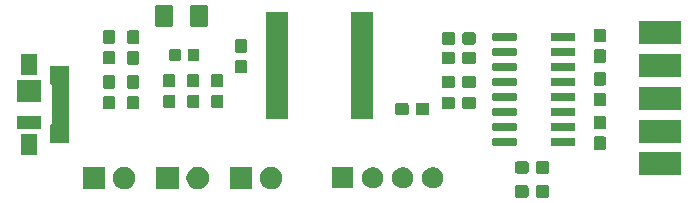
<source format=gbr>
G04 #@! TF.GenerationSoftware,KiCad,Pcbnew,5.1.5+dfsg1-2build2*
G04 #@! TF.CreationDate,2022-03-06T19:54:29+01:00*
G04 #@! TF.ProjectId,yusufitium-USB-RS232,79757375-6669-4746-9975-6d2d5553422d,rev?*
G04 #@! TF.SameCoordinates,Original*
G04 #@! TF.FileFunction,Soldermask,Top*
G04 #@! TF.FilePolarity,Negative*
%FSLAX46Y46*%
G04 Gerber Fmt 4.6, Leading zero omitted, Abs format (unit mm)*
G04 Created by KiCad (PCBNEW 5.1.5+dfsg1-2build2) date 2022-03-06 19:54:29*
%MOMM*%
%LPD*%
G04 APERTURE LIST*
%ADD10C,0.100000*%
G04 APERTURE END LIST*
D10*
G36*
X166962499Y-113048445D02*
G01*
X166999995Y-113059820D01*
X167034554Y-113078292D01*
X167064847Y-113103153D01*
X167089708Y-113133446D01*
X167108180Y-113168005D01*
X167119555Y-113205501D01*
X167124000Y-113250638D01*
X167124000Y-113889362D01*
X167119555Y-113934499D01*
X167108180Y-113971995D01*
X167089708Y-114006554D01*
X167064847Y-114036847D01*
X167034554Y-114061708D01*
X166999995Y-114080180D01*
X166962499Y-114091555D01*
X166917362Y-114096000D01*
X166178638Y-114096000D01*
X166133501Y-114091555D01*
X166096005Y-114080180D01*
X166061446Y-114061708D01*
X166031153Y-114036847D01*
X166006292Y-114006554D01*
X165987820Y-113971995D01*
X165976445Y-113934499D01*
X165972000Y-113889362D01*
X165972000Y-113250638D01*
X165976445Y-113205501D01*
X165987820Y-113168005D01*
X166006292Y-113133446D01*
X166031153Y-113103153D01*
X166061446Y-113078292D01*
X166096005Y-113059820D01*
X166133501Y-113048445D01*
X166178638Y-113044000D01*
X166917362Y-113044000D01*
X166962499Y-113048445D01*
G37*
G36*
X165212499Y-113048445D02*
G01*
X165249995Y-113059820D01*
X165284554Y-113078292D01*
X165314847Y-113103153D01*
X165339708Y-113133446D01*
X165358180Y-113168005D01*
X165369555Y-113205501D01*
X165374000Y-113250638D01*
X165374000Y-113889362D01*
X165369555Y-113934499D01*
X165358180Y-113971995D01*
X165339708Y-114006554D01*
X165314847Y-114036847D01*
X165284554Y-114061708D01*
X165249995Y-114080180D01*
X165212499Y-114091555D01*
X165167362Y-114096000D01*
X164428638Y-114096000D01*
X164383501Y-114091555D01*
X164346005Y-114080180D01*
X164311446Y-114061708D01*
X164281153Y-114036847D01*
X164256292Y-114006554D01*
X164237820Y-113971995D01*
X164226445Y-113934499D01*
X164222000Y-113889362D01*
X164222000Y-113250638D01*
X164226445Y-113205501D01*
X164237820Y-113168005D01*
X164256292Y-113133446D01*
X164281153Y-113103153D01*
X164311446Y-113078292D01*
X164346005Y-113059820D01*
X164383501Y-113048445D01*
X164428638Y-113044000D01*
X165167362Y-113044000D01*
X165212499Y-113048445D01*
G37*
G36*
X135777000Y-113378000D02*
G01*
X133875000Y-113378000D01*
X133875000Y-111476000D01*
X135777000Y-111476000D01*
X135777000Y-113378000D01*
G37*
G36*
X142000000Y-113378000D02*
G01*
X140098000Y-113378000D01*
X140098000Y-111476000D01*
X142000000Y-111476000D01*
X142000000Y-113378000D01*
G37*
G36*
X131420395Y-111512546D02*
G01*
X131593466Y-111584234D01*
X131593467Y-111584235D01*
X131749227Y-111688310D01*
X131881690Y-111820773D01*
X131902987Y-111852646D01*
X131985766Y-111976534D01*
X132057454Y-112149605D01*
X132094000Y-112333333D01*
X132094000Y-112520667D01*
X132057454Y-112704395D01*
X131985766Y-112877466D01*
X131985765Y-112877467D01*
X131881690Y-113033227D01*
X131749227Y-113165690D01*
X131745762Y-113168005D01*
X131593466Y-113269766D01*
X131420395Y-113341454D01*
X131236667Y-113378000D01*
X131049333Y-113378000D01*
X130865605Y-113341454D01*
X130692534Y-113269766D01*
X130540238Y-113168005D01*
X130536773Y-113165690D01*
X130404310Y-113033227D01*
X130300235Y-112877467D01*
X130300234Y-112877466D01*
X130228546Y-112704395D01*
X130192000Y-112520667D01*
X130192000Y-112333333D01*
X130228546Y-112149605D01*
X130300234Y-111976534D01*
X130383013Y-111852646D01*
X130404310Y-111820773D01*
X130536773Y-111688310D01*
X130692533Y-111584235D01*
X130692534Y-111584234D01*
X130865605Y-111512546D01*
X131049333Y-111476000D01*
X131236667Y-111476000D01*
X131420395Y-111512546D01*
G37*
G36*
X129554000Y-113378000D02*
G01*
X127652000Y-113378000D01*
X127652000Y-111476000D01*
X129554000Y-111476000D01*
X129554000Y-113378000D01*
G37*
G36*
X143866395Y-111512546D02*
G01*
X144039466Y-111584234D01*
X144039467Y-111584235D01*
X144195227Y-111688310D01*
X144327690Y-111820773D01*
X144348987Y-111852646D01*
X144431766Y-111976534D01*
X144503454Y-112149605D01*
X144540000Y-112333333D01*
X144540000Y-112520667D01*
X144503454Y-112704395D01*
X144431766Y-112877466D01*
X144431765Y-112877467D01*
X144327690Y-113033227D01*
X144195227Y-113165690D01*
X144191762Y-113168005D01*
X144039466Y-113269766D01*
X143866395Y-113341454D01*
X143682667Y-113378000D01*
X143495333Y-113378000D01*
X143311605Y-113341454D01*
X143138534Y-113269766D01*
X142986238Y-113168005D01*
X142982773Y-113165690D01*
X142850310Y-113033227D01*
X142746235Y-112877467D01*
X142746234Y-112877466D01*
X142674546Y-112704395D01*
X142638000Y-112520667D01*
X142638000Y-112333333D01*
X142674546Y-112149605D01*
X142746234Y-111976534D01*
X142829013Y-111852646D01*
X142850310Y-111820773D01*
X142982773Y-111688310D01*
X143138533Y-111584235D01*
X143138534Y-111584234D01*
X143311605Y-111512546D01*
X143495333Y-111476000D01*
X143682667Y-111476000D01*
X143866395Y-111512546D01*
G37*
G36*
X137643395Y-111512546D02*
G01*
X137816466Y-111584234D01*
X137816467Y-111584235D01*
X137972227Y-111688310D01*
X138104690Y-111820773D01*
X138125987Y-111852646D01*
X138208766Y-111976534D01*
X138280454Y-112149605D01*
X138317000Y-112333333D01*
X138317000Y-112520667D01*
X138280454Y-112704395D01*
X138208766Y-112877466D01*
X138208765Y-112877467D01*
X138104690Y-113033227D01*
X137972227Y-113165690D01*
X137968762Y-113168005D01*
X137816466Y-113269766D01*
X137643395Y-113341454D01*
X137459667Y-113378000D01*
X137272333Y-113378000D01*
X137088605Y-113341454D01*
X136915534Y-113269766D01*
X136763238Y-113168005D01*
X136759773Y-113165690D01*
X136627310Y-113033227D01*
X136523235Y-112877467D01*
X136523234Y-112877466D01*
X136451546Y-112704395D01*
X136415000Y-112520667D01*
X136415000Y-112333333D01*
X136451546Y-112149605D01*
X136523234Y-111976534D01*
X136606013Y-111852646D01*
X136627310Y-111820773D01*
X136759773Y-111688310D01*
X136915533Y-111584235D01*
X136915534Y-111584234D01*
X137088605Y-111512546D01*
X137272333Y-111476000D01*
X137459667Y-111476000D01*
X137643395Y-111512546D01*
G37*
G36*
X157376512Y-111530927D02*
G01*
X157525812Y-111560624D01*
X157689784Y-111628544D01*
X157837354Y-111727147D01*
X157962853Y-111852646D01*
X158061456Y-112000216D01*
X158129376Y-112164188D01*
X158164000Y-112338259D01*
X158164000Y-112515741D01*
X158129376Y-112689812D01*
X158061456Y-112853784D01*
X157962853Y-113001354D01*
X157837354Y-113126853D01*
X157689784Y-113225456D01*
X157525812Y-113293376D01*
X157376512Y-113323073D01*
X157351742Y-113328000D01*
X157174258Y-113328000D01*
X157149488Y-113323073D01*
X157000188Y-113293376D01*
X156836216Y-113225456D01*
X156688646Y-113126853D01*
X156563147Y-113001354D01*
X156464544Y-112853784D01*
X156396624Y-112689812D01*
X156362000Y-112515741D01*
X156362000Y-112338259D01*
X156396624Y-112164188D01*
X156464544Y-112000216D01*
X156563147Y-111852646D01*
X156688646Y-111727147D01*
X156836216Y-111628544D01*
X157000188Y-111560624D01*
X157149488Y-111530927D01*
X157174258Y-111526000D01*
X157351742Y-111526000D01*
X157376512Y-111530927D01*
G37*
G36*
X154836512Y-111530927D02*
G01*
X154985812Y-111560624D01*
X155149784Y-111628544D01*
X155297354Y-111727147D01*
X155422853Y-111852646D01*
X155521456Y-112000216D01*
X155589376Y-112164188D01*
X155624000Y-112338259D01*
X155624000Y-112515741D01*
X155589376Y-112689812D01*
X155521456Y-112853784D01*
X155422853Y-113001354D01*
X155297354Y-113126853D01*
X155149784Y-113225456D01*
X154985812Y-113293376D01*
X154836512Y-113323073D01*
X154811742Y-113328000D01*
X154634258Y-113328000D01*
X154609488Y-113323073D01*
X154460188Y-113293376D01*
X154296216Y-113225456D01*
X154148646Y-113126853D01*
X154023147Y-113001354D01*
X153924544Y-112853784D01*
X153856624Y-112689812D01*
X153822000Y-112515741D01*
X153822000Y-112338259D01*
X153856624Y-112164188D01*
X153924544Y-112000216D01*
X154023147Y-111852646D01*
X154148646Y-111727147D01*
X154296216Y-111628544D01*
X154460188Y-111560624D01*
X154609488Y-111530927D01*
X154634258Y-111526000D01*
X154811742Y-111526000D01*
X154836512Y-111530927D01*
G37*
G36*
X150544000Y-113328000D02*
G01*
X148742000Y-113328000D01*
X148742000Y-111526000D01*
X150544000Y-111526000D01*
X150544000Y-113328000D01*
G37*
G36*
X152296512Y-111530927D02*
G01*
X152445812Y-111560624D01*
X152609784Y-111628544D01*
X152757354Y-111727147D01*
X152882853Y-111852646D01*
X152981456Y-112000216D01*
X153049376Y-112164188D01*
X153084000Y-112338259D01*
X153084000Y-112515741D01*
X153049376Y-112689812D01*
X152981456Y-112853784D01*
X152882853Y-113001354D01*
X152757354Y-113126853D01*
X152609784Y-113225456D01*
X152445812Y-113293376D01*
X152296512Y-113323073D01*
X152271742Y-113328000D01*
X152094258Y-113328000D01*
X152069488Y-113323073D01*
X151920188Y-113293376D01*
X151756216Y-113225456D01*
X151608646Y-113126853D01*
X151483147Y-113001354D01*
X151384544Y-112853784D01*
X151316624Y-112689812D01*
X151282000Y-112515741D01*
X151282000Y-112338259D01*
X151316624Y-112164188D01*
X151384544Y-112000216D01*
X151483147Y-111852646D01*
X151608646Y-111727147D01*
X151756216Y-111628544D01*
X151920188Y-111560624D01*
X152069488Y-111530927D01*
X152094258Y-111526000D01*
X152271742Y-111526000D01*
X152296512Y-111530927D01*
G37*
G36*
X178275000Y-112210333D02*
G01*
X174693000Y-112210333D01*
X174693000Y-110261667D01*
X178275000Y-110261667D01*
X178275000Y-112210333D01*
G37*
G36*
X165226499Y-111016445D02*
G01*
X165263995Y-111027820D01*
X165298554Y-111046292D01*
X165328847Y-111071153D01*
X165353708Y-111101446D01*
X165372180Y-111136005D01*
X165383555Y-111173501D01*
X165388000Y-111218638D01*
X165388000Y-111857362D01*
X165383555Y-111902499D01*
X165372180Y-111939995D01*
X165353708Y-111974554D01*
X165328847Y-112004847D01*
X165298554Y-112029708D01*
X165263995Y-112048180D01*
X165226499Y-112059555D01*
X165181362Y-112064000D01*
X164442638Y-112064000D01*
X164397501Y-112059555D01*
X164360005Y-112048180D01*
X164325446Y-112029708D01*
X164295153Y-112004847D01*
X164270292Y-111974554D01*
X164251820Y-111939995D01*
X164240445Y-111902499D01*
X164236000Y-111857362D01*
X164236000Y-111218638D01*
X164240445Y-111173501D01*
X164251820Y-111136005D01*
X164270292Y-111101446D01*
X164295153Y-111071153D01*
X164325446Y-111046292D01*
X164360005Y-111027820D01*
X164397501Y-111016445D01*
X164442638Y-111012000D01*
X165181362Y-111012000D01*
X165226499Y-111016445D01*
G37*
G36*
X166976499Y-111016445D02*
G01*
X167013995Y-111027820D01*
X167048554Y-111046292D01*
X167078847Y-111071153D01*
X167103708Y-111101446D01*
X167122180Y-111136005D01*
X167133555Y-111173501D01*
X167138000Y-111218638D01*
X167138000Y-111857362D01*
X167133555Y-111902499D01*
X167122180Y-111939995D01*
X167103708Y-111974554D01*
X167078847Y-112004847D01*
X167048554Y-112029708D01*
X167013995Y-112048180D01*
X166976499Y-112059555D01*
X166931362Y-112064000D01*
X166192638Y-112064000D01*
X166147501Y-112059555D01*
X166110005Y-112048180D01*
X166075446Y-112029708D01*
X166045153Y-112004847D01*
X166020292Y-111974554D01*
X166001820Y-111939995D01*
X165990445Y-111902499D01*
X165986000Y-111857362D01*
X165986000Y-111218638D01*
X165990445Y-111173501D01*
X166001820Y-111136005D01*
X166020292Y-111101446D01*
X166045153Y-111071153D01*
X166075446Y-111046292D01*
X166110005Y-111027820D01*
X166147501Y-111016445D01*
X166192638Y-111012000D01*
X166931362Y-111012000D01*
X166976499Y-111016445D01*
G37*
G36*
X123786000Y-110455000D02*
G01*
X122384000Y-110455000D01*
X122384000Y-108703000D01*
X123786000Y-108703000D01*
X123786000Y-110455000D01*
G37*
G36*
X171766499Y-108920445D02*
G01*
X171803995Y-108931820D01*
X171838554Y-108950292D01*
X171868847Y-108975153D01*
X171893708Y-109005446D01*
X171912180Y-109040005D01*
X171923555Y-109077501D01*
X171928000Y-109122638D01*
X171928000Y-109861362D01*
X171923555Y-109906499D01*
X171912180Y-109943995D01*
X171893708Y-109978554D01*
X171868847Y-110008847D01*
X171838554Y-110033708D01*
X171803995Y-110052180D01*
X171766499Y-110063555D01*
X171721362Y-110068000D01*
X171082638Y-110068000D01*
X171037501Y-110063555D01*
X171000005Y-110052180D01*
X170965446Y-110033708D01*
X170935153Y-110008847D01*
X170910292Y-109978554D01*
X170891820Y-109943995D01*
X170880445Y-109906499D01*
X170876000Y-109861362D01*
X170876000Y-109122638D01*
X170880445Y-109077501D01*
X170891820Y-109040005D01*
X170910292Y-109005446D01*
X170935153Y-108975153D01*
X170965446Y-108950292D01*
X171000005Y-108931820D01*
X171037501Y-108920445D01*
X171082638Y-108916000D01*
X171721362Y-108916000D01*
X171766499Y-108920445D01*
G37*
G36*
X164273928Y-109030764D02*
G01*
X164295009Y-109037160D01*
X164314445Y-109047548D01*
X164331476Y-109061524D01*
X164345452Y-109078555D01*
X164355840Y-109097991D01*
X164362236Y-109119072D01*
X164365000Y-109147140D01*
X164365000Y-109610860D01*
X164362236Y-109638928D01*
X164355840Y-109660009D01*
X164345452Y-109679445D01*
X164331476Y-109696476D01*
X164314445Y-109710452D01*
X164295009Y-109720840D01*
X164273928Y-109727236D01*
X164245860Y-109730000D01*
X162432140Y-109730000D01*
X162404072Y-109727236D01*
X162382991Y-109720840D01*
X162363555Y-109710452D01*
X162346524Y-109696476D01*
X162332548Y-109679445D01*
X162322160Y-109660009D01*
X162315764Y-109638928D01*
X162313000Y-109610860D01*
X162313000Y-109147140D01*
X162315764Y-109119072D01*
X162322160Y-109097991D01*
X162332548Y-109078555D01*
X162346524Y-109061524D01*
X162363555Y-109047548D01*
X162382991Y-109037160D01*
X162404072Y-109030764D01*
X162432140Y-109028000D01*
X164245860Y-109028000D01*
X164273928Y-109030764D01*
G37*
G36*
X169223928Y-109030764D02*
G01*
X169245009Y-109037160D01*
X169264445Y-109047548D01*
X169281476Y-109061524D01*
X169295452Y-109078555D01*
X169305840Y-109097991D01*
X169312236Y-109119072D01*
X169315000Y-109147140D01*
X169315000Y-109610860D01*
X169312236Y-109638928D01*
X169305840Y-109660009D01*
X169295452Y-109679445D01*
X169281476Y-109696476D01*
X169264445Y-109710452D01*
X169245009Y-109720840D01*
X169223928Y-109727236D01*
X169195860Y-109730000D01*
X167382140Y-109730000D01*
X167354072Y-109727236D01*
X167332991Y-109720840D01*
X167313555Y-109710452D01*
X167296524Y-109696476D01*
X167282548Y-109679445D01*
X167272160Y-109660009D01*
X167265764Y-109638928D01*
X167263000Y-109610860D01*
X167263000Y-109147140D01*
X167265764Y-109119072D01*
X167272160Y-109097991D01*
X167282548Y-109078555D01*
X167296524Y-109061524D01*
X167313555Y-109047548D01*
X167332991Y-109037160D01*
X167354072Y-109030764D01*
X167382140Y-109028000D01*
X169195860Y-109028000D01*
X169223928Y-109030764D01*
G37*
G36*
X126486000Y-109455000D02*
G01*
X124834000Y-109455000D01*
X124834000Y-107928000D01*
X124879001Y-107928000D01*
X124903387Y-107925598D01*
X124926836Y-107918485D01*
X124948447Y-107906934D01*
X124967389Y-107891389D01*
X124982934Y-107872447D01*
X124994485Y-107850836D01*
X125001598Y-107827387D01*
X125004000Y-107803001D01*
X125004000Y-104604999D01*
X125001598Y-104580613D01*
X124994485Y-104557164D01*
X124982934Y-104535553D01*
X124967389Y-104516611D01*
X124948447Y-104501066D01*
X124926836Y-104489515D01*
X124903387Y-104482402D01*
X124879001Y-104480000D01*
X124834000Y-104480000D01*
X124834000Y-102953000D01*
X126486000Y-102953000D01*
X126486000Y-109455000D01*
G37*
G36*
X178275000Y-109440333D02*
G01*
X174693000Y-109440333D01*
X174693000Y-107491667D01*
X178275000Y-107491667D01*
X178275000Y-109440333D01*
G37*
G36*
X164273928Y-107760764D02*
G01*
X164295009Y-107767160D01*
X164314445Y-107777548D01*
X164331476Y-107791524D01*
X164345452Y-107808555D01*
X164355840Y-107827991D01*
X164362236Y-107849072D01*
X164365000Y-107877140D01*
X164365000Y-108340860D01*
X164362236Y-108368928D01*
X164355840Y-108390009D01*
X164345452Y-108409445D01*
X164331476Y-108426476D01*
X164314445Y-108440452D01*
X164295009Y-108450840D01*
X164273928Y-108457236D01*
X164245860Y-108460000D01*
X162432140Y-108460000D01*
X162404072Y-108457236D01*
X162382991Y-108450840D01*
X162363555Y-108440452D01*
X162346524Y-108426476D01*
X162332548Y-108409445D01*
X162322160Y-108390009D01*
X162315764Y-108368928D01*
X162313000Y-108340860D01*
X162313000Y-107877140D01*
X162315764Y-107849072D01*
X162322160Y-107827991D01*
X162332548Y-107808555D01*
X162346524Y-107791524D01*
X162363555Y-107777548D01*
X162382991Y-107767160D01*
X162404072Y-107760764D01*
X162432140Y-107758000D01*
X164245860Y-107758000D01*
X164273928Y-107760764D01*
G37*
G36*
X169223928Y-107760764D02*
G01*
X169245009Y-107767160D01*
X169264445Y-107777548D01*
X169281476Y-107791524D01*
X169295452Y-107808555D01*
X169305840Y-107827991D01*
X169312236Y-107849072D01*
X169315000Y-107877140D01*
X169315000Y-108340860D01*
X169312236Y-108368928D01*
X169305840Y-108390009D01*
X169295452Y-108409445D01*
X169281476Y-108426476D01*
X169264445Y-108440452D01*
X169245009Y-108450840D01*
X169223928Y-108457236D01*
X169195860Y-108460000D01*
X167382140Y-108460000D01*
X167354072Y-108457236D01*
X167332991Y-108450840D01*
X167313555Y-108440452D01*
X167296524Y-108426476D01*
X167282548Y-108409445D01*
X167272160Y-108390009D01*
X167265764Y-108368928D01*
X167263000Y-108340860D01*
X167263000Y-107877140D01*
X167265764Y-107849072D01*
X167272160Y-107827991D01*
X167282548Y-107808555D01*
X167296524Y-107791524D01*
X167313555Y-107777548D01*
X167332991Y-107767160D01*
X167354072Y-107760764D01*
X167382140Y-107758000D01*
X169195860Y-107758000D01*
X169223928Y-107760764D01*
G37*
G36*
X171766499Y-107170445D02*
G01*
X171803995Y-107181820D01*
X171838554Y-107200292D01*
X171868847Y-107225153D01*
X171893708Y-107255446D01*
X171912180Y-107290005D01*
X171923555Y-107327501D01*
X171928000Y-107372638D01*
X171928000Y-108111362D01*
X171923555Y-108156499D01*
X171912180Y-108193995D01*
X171893708Y-108228554D01*
X171868847Y-108258847D01*
X171838554Y-108283708D01*
X171803995Y-108302180D01*
X171766499Y-108313555D01*
X171721362Y-108318000D01*
X171082638Y-108318000D01*
X171037501Y-108313555D01*
X171000005Y-108302180D01*
X170965446Y-108283708D01*
X170935153Y-108258847D01*
X170910292Y-108228554D01*
X170891820Y-108193995D01*
X170880445Y-108156499D01*
X170876000Y-108111362D01*
X170876000Y-107372638D01*
X170880445Y-107327501D01*
X170891820Y-107290005D01*
X170910292Y-107255446D01*
X170935153Y-107225153D01*
X170965446Y-107200292D01*
X171000005Y-107181820D01*
X171037501Y-107170445D01*
X171082638Y-107166000D01*
X171721362Y-107166000D01*
X171766499Y-107170445D01*
G37*
G36*
X124086000Y-108305000D02*
G01*
X122084000Y-108305000D01*
X122084000Y-107203000D01*
X124086000Y-107203000D01*
X124086000Y-108305000D01*
G37*
G36*
X152179000Y-107403000D02*
G01*
X150327000Y-107403000D01*
X150327000Y-98401000D01*
X152179000Y-98401000D01*
X152179000Y-107403000D01*
G37*
G36*
X144979000Y-107403000D02*
G01*
X143127000Y-107403000D01*
X143127000Y-98401000D01*
X144979000Y-98401000D01*
X144979000Y-107403000D01*
G37*
G36*
X164273928Y-106490764D02*
G01*
X164295009Y-106497160D01*
X164314445Y-106507548D01*
X164331476Y-106521524D01*
X164345452Y-106538555D01*
X164355840Y-106557991D01*
X164362236Y-106579072D01*
X164365000Y-106607140D01*
X164365000Y-107070860D01*
X164362236Y-107098928D01*
X164355840Y-107120009D01*
X164345452Y-107139445D01*
X164331476Y-107156476D01*
X164314445Y-107170452D01*
X164295009Y-107180840D01*
X164273928Y-107187236D01*
X164245860Y-107190000D01*
X162432140Y-107190000D01*
X162404072Y-107187236D01*
X162382991Y-107180840D01*
X162363555Y-107170452D01*
X162346524Y-107156476D01*
X162332548Y-107139445D01*
X162322160Y-107120009D01*
X162315764Y-107098928D01*
X162313000Y-107070860D01*
X162313000Y-106607140D01*
X162315764Y-106579072D01*
X162322160Y-106557991D01*
X162332548Y-106538555D01*
X162346524Y-106521524D01*
X162363555Y-106507548D01*
X162382991Y-106497160D01*
X162404072Y-106490764D01*
X162432140Y-106488000D01*
X164245860Y-106488000D01*
X164273928Y-106490764D01*
G37*
G36*
X169223928Y-106490764D02*
G01*
X169245009Y-106497160D01*
X169264445Y-106507548D01*
X169281476Y-106521524D01*
X169295452Y-106538555D01*
X169305840Y-106557991D01*
X169312236Y-106579072D01*
X169315000Y-106607140D01*
X169315000Y-107070860D01*
X169312236Y-107098928D01*
X169305840Y-107120009D01*
X169295452Y-107139445D01*
X169281476Y-107156476D01*
X169264445Y-107170452D01*
X169245009Y-107180840D01*
X169223928Y-107187236D01*
X169195860Y-107190000D01*
X167382140Y-107190000D01*
X167354072Y-107187236D01*
X167332991Y-107180840D01*
X167313555Y-107170452D01*
X167296524Y-107156476D01*
X167282548Y-107139445D01*
X167272160Y-107120009D01*
X167265764Y-107098928D01*
X167263000Y-107070860D01*
X167263000Y-106607140D01*
X167265764Y-106579072D01*
X167272160Y-106557991D01*
X167282548Y-106538555D01*
X167296524Y-106521524D01*
X167313555Y-106507548D01*
X167332991Y-106497160D01*
X167354072Y-106490764D01*
X167382140Y-106488000D01*
X169195860Y-106488000D01*
X169223928Y-106490764D01*
G37*
G36*
X155066499Y-106063445D02*
G01*
X155103995Y-106074820D01*
X155138554Y-106093292D01*
X155168847Y-106118153D01*
X155193708Y-106148446D01*
X155212180Y-106183005D01*
X155223555Y-106220501D01*
X155228000Y-106265638D01*
X155228000Y-106904362D01*
X155223555Y-106949499D01*
X155212180Y-106986995D01*
X155193708Y-107021554D01*
X155168847Y-107051847D01*
X155138554Y-107076708D01*
X155103995Y-107095180D01*
X155066499Y-107106555D01*
X155021362Y-107111000D01*
X154282638Y-107111000D01*
X154237501Y-107106555D01*
X154200005Y-107095180D01*
X154165446Y-107076708D01*
X154135153Y-107051847D01*
X154110292Y-107021554D01*
X154091820Y-106986995D01*
X154080445Y-106949499D01*
X154076000Y-106904362D01*
X154076000Y-106265638D01*
X154080445Y-106220501D01*
X154091820Y-106183005D01*
X154110292Y-106148446D01*
X154135153Y-106118153D01*
X154165446Y-106093292D01*
X154200005Y-106074820D01*
X154237501Y-106063445D01*
X154282638Y-106059000D01*
X155021362Y-106059000D01*
X155066499Y-106063445D01*
G37*
G36*
X156816499Y-106063445D02*
G01*
X156853995Y-106074820D01*
X156888554Y-106093292D01*
X156918847Y-106118153D01*
X156943708Y-106148446D01*
X156962180Y-106183005D01*
X156973555Y-106220501D01*
X156978000Y-106265638D01*
X156978000Y-106904362D01*
X156973555Y-106949499D01*
X156962180Y-106986995D01*
X156943708Y-107021554D01*
X156918847Y-107051847D01*
X156888554Y-107076708D01*
X156853995Y-107095180D01*
X156816499Y-107106555D01*
X156771362Y-107111000D01*
X156032638Y-107111000D01*
X155987501Y-107106555D01*
X155950005Y-107095180D01*
X155915446Y-107076708D01*
X155885153Y-107051847D01*
X155860292Y-107021554D01*
X155841820Y-106986995D01*
X155830445Y-106949499D01*
X155826000Y-106904362D01*
X155826000Y-106265638D01*
X155830445Y-106220501D01*
X155841820Y-106183005D01*
X155860292Y-106148446D01*
X155885153Y-106118153D01*
X155915446Y-106093292D01*
X155950005Y-106074820D01*
X155987501Y-106063445D01*
X156032638Y-106059000D01*
X156771362Y-106059000D01*
X156816499Y-106063445D01*
G37*
G36*
X178275000Y-106670333D02*
G01*
X174693000Y-106670333D01*
X174693000Y-104721667D01*
X178275000Y-104721667D01*
X178275000Y-106670333D01*
G37*
G36*
X132269499Y-105491445D02*
G01*
X132306995Y-105502820D01*
X132341554Y-105521292D01*
X132371847Y-105546153D01*
X132396708Y-105576446D01*
X132415180Y-105611005D01*
X132426555Y-105648501D01*
X132431000Y-105693638D01*
X132431000Y-106432362D01*
X132426555Y-106477499D01*
X132415180Y-106514995D01*
X132396708Y-106549554D01*
X132371847Y-106579847D01*
X132341554Y-106604708D01*
X132306995Y-106623180D01*
X132269499Y-106634555D01*
X132224362Y-106639000D01*
X131585638Y-106639000D01*
X131540501Y-106634555D01*
X131503005Y-106623180D01*
X131468446Y-106604708D01*
X131438153Y-106579847D01*
X131413292Y-106549554D01*
X131394820Y-106514995D01*
X131383445Y-106477499D01*
X131379000Y-106432362D01*
X131379000Y-105693638D01*
X131383445Y-105648501D01*
X131394820Y-105611005D01*
X131413292Y-105576446D01*
X131438153Y-105546153D01*
X131468446Y-105521292D01*
X131503005Y-105502820D01*
X131540501Y-105491445D01*
X131585638Y-105487000D01*
X132224362Y-105487000D01*
X132269499Y-105491445D01*
G37*
G36*
X130237499Y-105491445D02*
G01*
X130274995Y-105502820D01*
X130309554Y-105521292D01*
X130339847Y-105546153D01*
X130364708Y-105576446D01*
X130383180Y-105611005D01*
X130394555Y-105648501D01*
X130399000Y-105693638D01*
X130399000Y-106432362D01*
X130394555Y-106477499D01*
X130383180Y-106514995D01*
X130364708Y-106549554D01*
X130339847Y-106579847D01*
X130309554Y-106604708D01*
X130274995Y-106623180D01*
X130237499Y-106634555D01*
X130192362Y-106639000D01*
X129553638Y-106639000D01*
X129508501Y-106634555D01*
X129471005Y-106623180D01*
X129436446Y-106604708D01*
X129406153Y-106579847D01*
X129381292Y-106549554D01*
X129362820Y-106514995D01*
X129351445Y-106477499D01*
X129347000Y-106432362D01*
X129347000Y-105693638D01*
X129351445Y-105648501D01*
X129362820Y-105611005D01*
X129381292Y-105576446D01*
X129406153Y-105546153D01*
X129436446Y-105521292D01*
X129471005Y-105502820D01*
X129508501Y-105491445D01*
X129553638Y-105487000D01*
X130192362Y-105487000D01*
X130237499Y-105491445D01*
G37*
G36*
X159003499Y-105555445D02*
G01*
X159040995Y-105566820D01*
X159075554Y-105585292D01*
X159105847Y-105610153D01*
X159130708Y-105640446D01*
X159149180Y-105675005D01*
X159160555Y-105712501D01*
X159165000Y-105757638D01*
X159165000Y-106396362D01*
X159160555Y-106441499D01*
X159149180Y-106478995D01*
X159130708Y-106513554D01*
X159105847Y-106543847D01*
X159075554Y-106568708D01*
X159040995Y-106587180D01*
X159003499Y-106598555D01*
X158958362Y-106603000D01*
X158219638Y-106603000D01*
X158174501Y-106598555D01*
X158137005Y-106587180D01*
X158102446Y-106568708D01*
X158072153Y-106543847D01*
X158047292Y-106513554D01*
X158028820Y-106478995D01*
X158017445Y-106441499D01*
X158013000Y-106396362D01*
X158013000Y-105757638D01*
X158017445Y-105712501D01*
X158028820Y-105675005D01*
X158047292Y-105640446D01*
X158072153Y-105610153D01*
X158102446Y-105585292D01*
X158137005Y-105566820D01*
X158174501Y-105555445D01*
X158219638Y-105551000D01*
X158958362Y-105551000D01*
X159003499Y-105555445D01*
G37*
G36*
X160753499Y-105555445D02*
G01*
X160790995Y-105566820D01*
X160825554Y-105585292D01*
X160855847Y-105610153D01*
X160880708Y-105640446D01*
X160899180Y-105675005D01*
X160910555Y-105712501D01*
X160915000Y-105757638D01*
X160915000Y-106396362D01*
X160910555Y-106441499D01*
X160899180Y-106478995D01*
X160880708Y-106513554D01*
X160855847Y-106543847D01*
X160825554Y-106568708D01*
X160790995Y-106587180D01*
X160753499Y-106598555D01*
X160708362Y-106603000D01*
X159969638Y-106603000D01*
X159924501Y-106598555D01*
X159887005Y-106587180D01*
X159852446Y-106568708D01*
X159822153Y-106543847D01*
X159797292Y-106513554D01*
X159778820Y-106478995D01*
X159767445Y-106441499D01*
X159763000Y-106396362D01*
X159763000Y-105757638D01*
X159767445Y-105712501D01*
X159778820Y-105675005D01*
X159797292Y-105640446D01*
X159822153Y-105610153D01*
X159852446Y-105585292D01*
X159887005Y-105566820D01*
X159924501Y-105555445D01*
X159969638Y-105551000D01*
X160708362Y-105551000D01*
X160753499Y-105555445D01*
G37*
G36*
X139381499Y-105378445D02*
G01*
X139418995Y-105389820D01*
X139453554Y-105408292D01*
X139483847Y-105433153D01*
X139508708Y-105463446D01*
X139527180Y-105498005D01*
X139538555Y-105535501D01*
X139543000Y-105580638D01*
X139543000Y-106319362D01*
X139538555Y-106364499D01*
X139527180Y-106401995D01*
X139508708Y-106436554D01*
X139483847Y-106466847D01*
X139453554Y-106491708D01*
X139418995Y-106510180D01*
X139381499Y-106521555D01*
X139336362Y-106526000D01*
X138697638Y-106526000D01*
X138652501Y-106521555D01*
X138615005Y-106510180D01*
X138580446Y-106491708D01*
X138550153Y-106466847D01*
X138525292Y-106436554D01*
X138506820Y-106401995D01*
X138495445Y-106364499D01*
X138491000Y-106319362D01*
X138491000Y-105580638D01*
X138495445Y-105535501D01*
X138506820Y-105498005D01*
X138525292Y-105463446D01*
X138550153Y-105433153D01*
X138580446Y-105408292D01*
X138615005Y-105389820D01*
X138652501Y-105378445D01*
X138697638Y-105374000D01*
X139336362Y-105374000D01*
X139381499Y-105378445D01*
G37*
G36*
X137349499Y-105378445D02*
G01*
X137386995Y-105389820D01*
X137421554Y-105408292D01*
X137451847Y-105433153D01*
X137476708Y-105463446D01*
X137495180Y-105498005D01*
X137506555Y-105535501D01*
X137511000Y-105580638D01*
X137511000Y-106319362D01*
X137506555Y-106364499D01*
X137495180Y-106401995D01*
X137476708Y-106436554D01*
X137451847Y-106466847D01*
X137421554Y-106491708D01*
X137386995Y-106510180D01*
X137349499Y-106521555D01*
X137304362Y-106526000D01*
X136665638Y-106526000D01*
X136620501Y-106521555D01*
X136583005Y-106510180D01*
X136548446Y-106491708D01*
X136518153Y-106466847D01*
X136493292Y-106436554D01*
X136474820Y-106401995D01*
X136463445Y-106364499D01*
X136459000Y-106319362D01*
X136459000Y-105580638D01*
X136463445Y-105535501D01*
X136474820Y-105498005D01*
X136493292Y-105463446D01*
X136518153Y-105433153D01*
X136548446Y-105408292D01*
X136583005Y-105389820D01*
X136620501Y-105378445D01*
X136665638Y-105374000D01*
X137304362Y-105374000D01*
X137349499Y-105378445D01*
G37*
G36*
X135317499Y-105378445D02*
G01*
X135354995Y-105389820D01*
X135389554Y-105408292D01*
X135419847Y-105433153D01*
X135444708Y-105463446D01*
X135463180Y-105498005D01*
X135474555Y-105535501D01*
X135479000Y-105580638D01*
X135479000Y-106319362D01*
X135474555Y-106364499D01*
X135463180Y-106401995D01*
X135444708Y-106436554D01*
X135419847Y-106466847D01*
X135389554Y-106491708D01*
X135354995Y-106510180D01*
X135317499Y-106521555D01*
X135272362Y-106526000D01*
X134633638Y-106526000D01*
X134588501Y-106521555D01*
X134551005Y-106510180D01*
X134516446Y-106491708D01*
X134486153Y-106466847D01*
X134461292Y-106436554D01*
X134442820Y-106401995D01*
X134431445Y-106364499D01*
X134427000Y-106319362D01*
X134427000Y-105580638D01*
X134431445Y-105535501D01*
X134442820Y-105498005D01*
X134461292Y-105463446D01*
X134486153Y-105433153D01*
X134516446Y-105408292D01*
X134551005Y-105389820D01*
X134588501Y-105378445D01*
X134633638Y-105374000D01*
X135272362Y-105374000D01*
X135317499Y-105378445D01*
G37*
G36*
X171766499Y-105223445D02*
G01*
X171803995Y-105234820D01*
X171838554Y-105253292D01*
X171868847Y-105278153D01*
X171893708Y-105308446D01*
X171912180Y-105343005D01*
X171923555Y-105380501D01*
X171928000Y-105425638D01*
X171928000Y-106164362D01*
X171923555Y-106209499D01*
X171912180Y-106246995D01*
X171893708Y-106281554D01*
X171868847Y-106311847D01*
X171838554Y-106336708D01*
X171803995Y-106355180D01*
X171766499Y-106366555D01*
X171721362Y-106371000D01*
X171082638Y-106371000D01*
X171037501Y-106366555D01*
X171000005Y-106355180D01*
X170965446Y-106336708D01*
X170935153Y-106311847D01*
X170910292Y-106281554D01*
X170891820Y-106246995D01*
X170880445Y-106209499D01*
X170876000Y-106164362D01*
X170876000Y-105425638D01*
X170880445Y-105380501D01*
X170891820Y-105343005D01*
X170910292Y-105308446D01*
X170935153Y-105278153D01*
X170965446Y-105253292D01*
X171000005Y-105234820D01*
X171037501Y-105223445D01*
X171082638Y-105219000D01*
X171721362Y-105219000D01*
X171766499Y-105223445D01*
G37*
G36*
X124086000Y-106005000D02*
G01*
X122084000Y-106005000D01*
X122084000Y-104103000D01*
X124086000Y-104103000D01*
X124086000Y-106005000D01*
G37*
G36*
X169223928Y-105220764D02*
G01*
X169245009Y-105227160D01*
X169264445Y-105237548D01*
X169281476Y-105251524D01*
X169295452Y-105268555D01*
X169305840Y-105287991D01*
X169312236Y-105309072D01*
X169315000Y-105337140D01*
X169315000Y-105800860D01*
X169312236Y-105828928D01*
X169305840Y-105850009D01*
X169295452Y-105869445D01*
X169281476Y-105886476D01*
X169264445Y-105900452D01*
X169245009Y-105910840D01*
X169223928Y-105917236D01*
X169195860Y-105920000D01*
X167382140Y-105920000D01*
X167354072Y-105917236D01*
X167332991Y-105910840D01*
X167313555Y-105900452D01*
X167296524Y-105886476D01*
X167282548Y-105869445D01*
X167272160Y-105850009D01*
X167265764Y-105828928D01*
X167263000Y-105800860D01*
X167263000Y-105337140D01*
X167265764Y-105309072D01*
X167272160Y-105287991D01*
X167282548Y-105268555D01*
X167296524Y-105251524D01*
X167313555Y-105237548D01*
X167332991Y-105227160D01*
X167354072Y-105220764D01*
X167382140Y-105218000D01*
X169195860Y-105218000D01*
X169223928Y-105220764D01*
G37*
G36*
X164273928Y-105220764D02*
G01*
X164295009Y-105227160D01*
X164314445Y-105237548D01*
X164331476Y-105251524D01*
X164345452Y-105268555D01*
X164355840Y-105287991D01*
X164362236Y-105309072D01*
X164365000Y-105337140D01*
X164365000Y-105800860D01*
X164362236Y-105828928D01*
X164355840Y-105850009D01*
X164345452Y-105869445D01*
X164331476Y-105886476D01*
X164314445Y-105900452D01*
X164295009Y-105910840D01*
X164273928Y-105917236D01*
X164245860Y-105920000D01*
X162432140Y-105920000D01*
X162404072Y-105917236D01*
X162382991Y-105910840D01*
X162363555Y-105900452D01*
X162346524Y-105886476D01*
X162332548Y-105869445D01*
X162322160Y-105850009D01*
X162315764Y-105828928D01*
X162313000Y-105800860D01*
X162313000Y-105337140D01*
X162315764Y-105309072D01*
X162322160Y-105287991D01*
X162332548Y-105268555D01*
X162346524Y-105251524D01*
X162363555Y-105237548D01*
X162382991Y-105227160D01*
X162404072Y-105220764D01*
X162432140Y-105218000D01*
X164245860Y-105218000D01*
X164273928Y-105220764D01*
G37*
G36*
X130237499Y-103741445D02*
G01*
X130274995Y-103752820D01*
X130309554Y-103771292D01*
X130339847Y-103796153D01*
X130364708Y-103826446D01*
X130383180Y-103861005D01*
X130394555Y-103898501D01*
X130399000Y-103943638D01*
X130399000Y-104682362D01*
X130394555Y-104727499D01*
X130383180Y-104764995D01*
X130364708Y-104799554D01*
X130339847Y-104829847D01*
X130309554Y-104854708D01*
X130274995Y-104873180D01*
X130237499Y-104884555D01*
X130192362Y-104889000D01*
X129553638Y-104889000D01*
X129508501Y-104884555D01*
X129471005Y-104873180D01*
X129436446Y-104854708D01*
X129406153Y-104829847D01*
X129381292Y-104799554D01*
X129362820Y-104764995D01*
X129351445Y-104727499D01*
X129347000Y-104682362D01*
X129347000Y-103943638D01*
X129351445Y-103898501D01*
X129362820Y-103861005D01*
X129381292Y-103826446D01*
X129406153Y-103796153D01*
X129436446Y-103771292D01*
X129471005Y-103752820D01*
X129508501Y-103741445D01*
X129553638Y-103737000D01*
X130192362Y-103737000D01*
X130237499Y-103741445D01*
G37*
G36*
X132269499Y-103741445D02*
G01*
X132306995Y-103752820D01*
X132341554Y-103771292D01*
X132371847Y-103796153D01*
X132396708Y-103826446D01*
X132415180Y-103861005D01*
X132426555Y-103898501D01*
X132431000Y-103943638D01*
X132431000Y-104682362D01*
X132426555Y-104727499D01*
X132415180Y-104764995D01*
X132396708Y-104799554D01*
X132371847Y-104829847D01*
X132341554Y-104854708D01*
X132306995Y-104873180D01*
X132269499Y-104884555D01*
X132224362Y-104889000D01*
X131585638Y-104889000D01*
X131540501Y-104884555D01*
X131503005Y-104873180D01*
X131468446Y-104854708D01*
X131438153Y-104829847D01*
X131413292Y-104799554D01*
X131394820Y-104764995D01*
X131383445Y-104727499D01*
X131379000Y-104682362D01*
X131379000Y-103943638D01*
X131383445Y-103898501D01*
X131394820Y-103861005D01*
X131413292Y-103826446D01*
X131438153Y-103796153D01*
X131468446Y-103771292D01*
X131503005Y-103752820D01*
X131540501Y-103741445D01*
X131585638Y-103737000D01*
X132224362Y-103737000D01*
X132269499Y-103741445D01*
G37*
G36*
X159003499Y-103777445D02*
G01*
X159040995Y-103788820D01*
X159075554Y-103807292D01*
X159105847Y-103832153D01*
X159130708Y-103862446D01*
X159149180Y-103897005D01*
X159160555Y-103934501D01*
X159165000Y-103979638D01*
X159165000Y-104618362D01*
X159160555Y-104663499D01*
X159149180Y-104700995D01*
X159130708Y-104735554D01*
X159105847Y-104765847D01*
X159075554Y-104790708D01*
X159040995Y-104809180D01*
X159003499Y-104820555D01*
X158958362Y-104825000D01*
X158219638Y-104825000D01*
X158174501Y-104820555D01*
X158137005Y-104809180D01*
X158102446Y-104790708D01*
X158072153Y-104765847D01*
X158047292Y-104735554D01*
X158028820Y-104700995D01*
X158017445Y-104663499D01*
X158013000Y-104618362D01*
X158013000Y-103979638D01*
X158017445Y-103934501D01*
X158028820Y-103897005D01*
X158047292Y-103862446D01*
X158072153Y-103832153D01*
X158102446Y-103807292D01*
X158137005Y-103788820D01*
X158174501Y-103777445D01*
X158219638Y-103773000D01*
X158958362Y-103773000D01*
X159003499Y-103777445D01*
G37*
G36*
X160753499Y-103777445D02*
G01*
X160790995Y-103788820D01*
X160825554Y-103807292D01*
X160855847Y-103832153D01*
X160880708Y-103862446D01*
X160899180Y-103897005D01*
X160910555Y-103934501D01*
X160915000Y-103979638D01*
X160915000Y-104618362D01*
X160910555Y-104663499D01*
X160899180Y-104700995D01*
X160880708Y-104735554D01*
X160855847Y-104765847D01*
X160825554Y-104790708D01*
X160790995Y-104809180D01*
X160753499Y-104820555D01*
X160708362Y-104825000D01*
X159969638Y-104825000D01*
X159924501Y-104820555D01*
X159887005Y-104809180D01*
X159852446Y-104790708D01*
X159822153Y-104765847D01*
X159797292Y-104735554D01*
X159778820Y-104700995D01*
X159767445Y-104663499D01*
X159763000Y-104618362D01*
X159763000Y-103979638D01*
X159767445Y-103934501D01*
X159778820Y-103897005D01*
X159797292Y-103862446D01*
X159822153Y-103832153D01*
X159852446Y-103807292D01*
X159887005Y-103788820D01*
X159924501Y-103777445D01*
X159969638Y-103773000D01*
X160708362Y-103773000D01*
X160753499Y-103777445D01*
G37*
G36*
X139381499Y-103628445D02*
G01*
X139418995Y-103639820D01*
X139453554Y-103658292D01*
X139483847Y-103683153D01*
X139508708Y-103713446D01*
X139527180Y-103748005D01*
X139538555Y-103785501D01*
X139543000Y-103830638D01*
X139543000Y-104569362D01*
X139538555Y-104614499D01*
X139527180Y-104651995D01*
X139508708Y-104686554D01*
X139483847Y-104716847D01*
X139453554Y-104741708D01*
X139418995Y-104760180D01*
X139381499Y-104771555D01*
X139336362Y-104776000D01*
X138697638Y-104776000D01*
X138652501Y-104771555D01*
X138615005Y-104760180D01*
X138580446Y-104741708D01*
X138550153Y-104716847D01*
X138525292Y-104686554D01*
X138506820Y-104651995D01*
X138495445Y-104614499D01*
X138491000Y-104569362D01*
X138491000Y-103830638D01*
X138495445Y-103785501D01*
X138506820Y-103748005D01*
X138525292Y-103713446D01*
X138550153Y-103683153D01*
X138580446Y-103658292D01*
X138615005Y-103639820D01*
X138652501Y-103628445D01*
X138697638Y-103624000D01*
X139336362Y-103624000D01*
X139381499Y-103628445D01*
G37*
G36*
X137349499Y-103628445D02*
G01*
X137386995Y-103639820D01*
X137421554Y-103658292D01*
X137451847Y-103683153D01*
X137476708Y-103713446D01*
X137495180Y-103748005D01*
X137506555Y-103785501D01*
X137511000Y-103830638D01*
X137511000Y-104569362D01*
X137506555Y-104614499D01*
X137495180Y-104651995D01*
X137476708Y-104686554D01*
X137451847Y-104716847D01*
X137421554Y-104741708D01*
X137386995Y-104760180D01*
X137349499Y-104771555D01*
X137304362Y-104776000D01*
X136665638Y-104776000D01*
X136620501Y-104771555D01*
X136583005Y-104760180D01*
X136548446Y-104741708D01*
X136518153Y-104716847D01*
X136493292Y-104686554D01*
X136474820Y-104651995D01*
X136463445Y-104614499D01*
X136459000Y-104569362D01*
X136459000Y-103830638D01*
X136463445Y-103785501D01*
X136474820Y-103748005D01*
X136493292Y-103713446D01*
X136518153Y-103683153D01*
X136548446Y-103658292D01*
X136583005Y-103639820D01*
X136620501Y-103628445D01*
X136665638Y-103624000D01*
X137304362Y-103624000D01*
X137349499Y-103628445D01*
G37*
G36*
X135317499Y-103628445D02*
G01*
X135354995Y-103639820D01*
X135389554Y-103658292D01*
X135419847Y-103683153D01*
X135444708Y-103713446D01*
X135463180Y-103748005D01*
X135474555Y-103785501D01*
X135479000Y-103830638D01*
X135479000Y-104569362D01*
X135474555Y-104614499D01*
X135463180Y-104651995D01*
X135444708Y-104686554D01*
X135419847Y-104716847D01*
X135389554Y-104741708D01*
X135354995Y-104760180D01*
X135317499Y-104771555D01*
X135272362Y-104776000D01*
X134633638Y-104776000D01*
X134588501Y-104771555D01*
X134551005Y-104760180D01*
X134516446Y-104741708D01*
X134486153Y-104716847D01*
X134461292Y-104686554D01*
X134442820Y-104651995D01*
X134431445Y-104614499D01*
X134427000Y-104569362D01*
X134427000Y-103830638D01*
X134431445Y-103785501D01*
X134442820Y-103748005D01*
X134461292Y-103713446D01*
X134486153Y-103683153D01*
X134516446Y-103658292D01*
X134551005Y-103639820D01*
X134588501Y-103628445D01*
X134633638Y-103624000D01*
X135272362Y-103624000D01*
X135317499Y-103628445D01*
G37*
G36*
X169223928Y-103950764D02*
G01*
X169245009Y-103957160D01*
X169264445Y-103967548D01*
X169281476Y-103981524D01*
X169295452Y-103998555D01*
X169305840Y-104017991D01*
X169312236Y-104039072D01*
X169315000Y-104067140D01*
X169315000Y-104530860D01*
X169312236Y-104558928D01*
X169305840Y-104580009D01*
X169295452Y-104599445D01*
X169281476Y-104616476D01*
X169264445Y-104630452D01*
X169245009Y-104640840D01*
X169223928Y-104647236D01*
X169195860Y-104650000D01*
X167382140Y-104650000D01*
X167354072Y-104647236D01*
X167332991Y-104640840D01*
X167313555Y-104630452D01*
X167296524Y-104616476D01*
X167282548Y-104599445D01*
X167272160Y-104580009D01*
X167265764Y-104558928D01*
X167263000Y-104530860D01*
X167263000Y-104067140D01*
X167265764Y-104039072D01*
X167272160Y-104017991D01*
X167282548Y-103998555D01*
X167296524Y-103981524D01*
X167313555Y-103967548D01*
X167332991Y-103957160D01*
X167354072Y-103950764D01*
X167382140Y-103948000D01*
X169195860Y-103948000D01*
X169223928Y-103950764D01*
G37*
G36*
X164273928Y-103950764D02*
G01*
X164295009Y-103957160D01*
X164314445Y-103967548D01*
X164331476Y-103981524D01*
X164345452Y-103998555D01*
X164355840Y-104017991D01*
X164362236Y-104039072D01*
X164365000Y-104067140D01*
X164365000Y-104530860D01*
X164362236Y-104558928D01*
X164355840Y-104580009D01*
X164345452Y-104599445D01*
X164331476Y-104616476D01*
X164314445Y-104630452D01*
X164295009Y-104640840D01*
X164273928Y-104647236D01*
X164245860Y-104650000D01*
X162432140Y-104650000D01*
X162404072Y-104647236D01*
X162382991Y-104640840D01*
X162363555Y-104630452D01*
X162346524Y-104616476D01*
X162332548Y-104599445D01*
X162322160Y-104580009D01*
X162315764Y-104558928D01*
X162313000Y-104530860D01*
X162313000Y-104067140D01*
X162315764Y-104039072D01*
X162322160Y-104017991D01*
X162332548Y-103998555D01*
X162346524Y-103981524D01*
X162363555Y-103967548D01*
X162382991Y-103957160D01*
X162404072Y-103950764D01*
X162432140Y-103948000D01*
X164245860Y-103948000D01*
X164273928Y-103950764D01*
G37*
G36*
X171766499Y-103473445D02*
G01*
X171803995Y-103484820D01*
X171838554Y-103503292D01*
X171868847Y-103528153D01*
X171893708Y-103558446D01*
X171912180Y-103593005D01*
X171923555Y-103630501D01*
X171928000Y-103675638D01*
X171928000Y-104414362D01*
X171923555Y-104459499D01*
X171912180Y-104496995D01*
X171893708Y-104531554D01*
X171868847Y-104561847D01*
X171838554Y-104586708D01*
X171803995Y-104605180D01*
X171766499Y-104616555D01*
X171721362Y-104621000D01*
X171082638Y-104621000D01*
X171037501Y-104616555D01*
X171000005Y-104605180D01*
X170965446Y-104586708D01*
X170935153Y-104561847D01*
X170910292Y-104531554D01*
X170891820Y-104496995D01*
X170880445Y-104459499D01*
X170876000Y-104414362D01*
X170876000Y-103675638D01*
X170880445Y-103630501D01*
X170891820Y-103593005D01*
X170910292Y-103558446D01*
X170935153Y-103528153D01*
X170965446Y-103503292D01*
X171000005Y-103484820D01*
X171037501Y-103473445D01*
X171082638Y-103469000D01*
X171721362Y-103469000D01*
X171766499Y-103473445D01*
G37*
G36*
X178275000Y-103900333D02*
G01*
X174693000Y-103900333D01*
X174693000Y-101951667D01*
X178275000Y-101951667D01*
X178275000Y-103900333D01*
G37*
G36*
X123786000Y-103705000D02*
G01*
X122384000Y-103705000D01*
X122384000Y-101953000D01*
X123786000Y-101953000D01*
X123786000Y-103705000D01*
G37*
G36*
X141413499Y-102443445D02*
G01*
X141450995Y-102454820D01*
X141485554Y-102473292D01*
X141515847Y-102498153D01*
X141540708Y-102528446D01*
X141559180Y-102563005D01*
X141570555Y-102600501D01*
X141575000Y-102645638D01*
X141575000Y-103384362D01*
X141570555Y-103429499D01*
X141559180Y-103466995D01*
X141540708Y-103501554D01*
X141515847Y-103531847D01*
X141485554Y-103556708D01*
X141450995Y-103575180D01*
X141413499Y-103586555D01*
X141368362Y-103591000D01*
X140729638Y-103591000D01*
X140684501Y-103586555D01*
X140647005Y-103575180D01*
X140612446Y-103556708D01*
X140582153Y-103531847D01*
X140557292Y-103501554D01*
X140538820Y-103466995D01*
X140527445Y-103429499D01*
X140523000Y-103384362D01*
X140523000Y-102645638D01*
X140527445Y-102600501D01*
X140538820Y-102563005D01*
X140557292Y-102528446D01*
X140582153Y-102498153D01*
X140612446Y-102473292D01*
X140647005Y-102454820D01*
X140684501Y-102443445D01*
X140729638Y-102439000D01*
X141368362Y-102439000D01*
X141413499Y-102443445D01*
G37*
G36*
X164273928Y-102680764D02*
G01*
X164295009Y-102687160D01*
X164314445Y-102697548D01*
X164331476Y-102711524D01*
X164345452Y-102728555D01*
X164355840Y-102747991D01*
X164362236Y-102769072D01*
X164365000Y-102797140D01*
X164365000Y-103260860D01*
X164362236Y-103288928D01*
X164355840Y-103310009D01*
X164345452Y-103329445D01*
X164331476Y-103346476D01*
X164314445Y-103360452D01*
X164295009Y-103370840D01*
X164273928Y-103377236D01*
X164245860Y-103380000D01*
X162432140Y-103380000D01*
X162404072Y-103377236D01*
X162382991Y-103370840D01*
X162363555Y-103360452D01*
X162346524Y-103346476D01*
X162332548Y-103329445D01*
X162322160Y-103310009D01*
X162315764Y-103288928D01*
X162313000Y-103260860D01*
X162313000Y-102797140D01*
X162315764Y-102769072D01*
X162322160Y-102747991D01*
X162332548Y-102728555D01*
X162346524Y-102711524D01*
X162363555Y-102697548D01*
X162382991Y-102687160D01*
X162404072Y-102680764D01*
X162432140Y-102678000D01*
X164245860Y-102678000D01*
X164273928Y-102680764D01*
G37*
G36*
X169223928Y-102680764D02*
G01*
X169245009Y-102687160D01*
X169264445Y-102697548D01*
X169281476Y-102711524D01*
X169295452Y-102728555D01*
X169305840Y-102747991D01*
X169312236Y-102769072D01*
X169315000Y-102797140D01*
X169315000Y-103260860D01*
X169312236Y-103288928D01*
X169305840Y-103310009D01*
X169295452Y-103329445D01*
X169281476Y-103346476D01*
X169264445Y-103360452D01*
X169245009Y-103370840D01*
X169223928Y-103377236D01*
X169195860Y-103380000D01*
X167382140Y-103380000D01*
X167354072Y-103377236D01*
X167332991Y-103370840D01*
X167313555Y-103360452D01*
X167296524Y-103346476D01*
X167282548Y-103329445D01*
X167272160Y-103310009D01*
X167265764Y-103288928D01*
X167263000Y-103260860D01*
X167263000Y-102797140D01*
X167265764Y-102769072D01*
X167272160Y-102747991D01*
X167282548Y-102728555D01*
X167296524Y-102711524D01*
X167313555Y-102697548D01*
X167332991Y-102687160D01*
X167354072Y-102680764D01*
X167382140Y-102678000D01*
X169195860Y-102678000D01*
X169223928Y-102680764D01*
G37*
G36*
X132269499Y-101695445D02*
G01*
X132306995Y-101706820D01*
X132341554Y-101725292D01*
X132371847Y-101750153D01*
X132396708Y-101780446D01*
X132415180Y-101815005D01*
X132426555Y-101852501D01*
X132431000Y-101897638D01*
X132431000Y-102636362D01*
X132426555Y-102681499D01*
X132415180Y-102718995D01*
X132396708Y-102753554D01*
X132371847Y-102783847D01*
X132341554Y-102808708D01*
X132306995Y-102827180D01*
X132269499Y-102838555D01*
X132224362Y-102843000D01*
X131585638Y-102843000D01*
X131540501Y-102838555D01*
X131503005Y-102827180D01*
X131468446Y-102808708D01*
X131438153Y-102783847D01*
X131413292Y-102753554D01*
X131394820Y-102718995D01*
X131383445Y-102681499D01*
X131379000Y-102636362D01*
X131379000Y-101897638D01*
X131383445Y-101852501D01*
X131394820Y-101815005D01*
X131413292Y-101780446D01*
X131438153Y-101750153D01*
X131468446Y-101725292D01*
X131503005Y-101706820D01*
X131540501Y-101695445D01*
X131585638Y-101691000D01*
X132224362Y-101691000D01*
X132269499Y-101695445D01*
G37*
G36*
X130237499Y-101681445D02*
G01*
X130274995Y-101692820D01*
X130309554Y-101711292D01*
X130339847Y-101736153D01*
X130364708Y-101766446D01*
X130383180Y-101801005D01*
X130394555Y-101838501D01*
X130399000Y-101883638D01*
X130399000Y-102622362D01*
X130394555Y-102667499D01*
X130383180Y-102704995D01*
X130364708Y-102739554D01*
X130339847Y-102769847D01*
X130309554Y-102794708D01*
X130274995Y-102813180D01*
X130237499Y-102824555D01*
X130192362Y-102829000D01*
X129553638Y-102829000D01*
X129508501Y-102824555D01*
X129471005Y-102813180D01*
X129436446Y-102794708D01*
X129406153Y-102769847D01*
X129381292Y-102739554D01*
X129362820Y-102704995D01*
X129351445Y-102667499D01*
X129347000Y-102622362D01*
X129347000Y-101883638D01*
X129351445Y-101838501D01*
X129362820Y-101801005D01*
X129381292Y-101766446D01*
X129406153Y-101736153D01*
X129436446Y-101711292D01*
X129471005Y-101692820D01*
X129508501Y-101681445D01*
X129553638Y-101677000D01*
X130192362Y-101677000D01*
X130237499Y-101681445D01*
G37*
G36*
X159003499Y-101745445D02*
G01*
X159040995Y-101756820D01*
X159075554Y-101775292D01*
X159105847Y-101800153D01*
X159130708Y-101830446D01*
X159149180Y-101865005D01*
X159160555Y-101902501D01*
X159165000Y-101947638D01*
X159165000Y-102586362D01*
X159160555Y-102631499D01*
X159149180Y-102668995D01*
X159130708Y-102703554D01*
X159105847Y-102733847D01*
X159075554Y-102758708D01*
X159040995Y-102777180D01*
X159003499Y-102788555D01*
X158958362Y-102793000D01*
X158219638Y-102793000D01*
X158174501Y-102788555D01*
X158137005Y-102777180D01*
X158102446Y-102758708D01*
X158072153Y-102733847D01*
X158047292Y-102703554D01*
X158028820Y-102668995D01*
X158017445Y-102631499D01*
X158013000Y-102586362D01*
X158013000Y-101947638D01*
X158017445Y-101902501D01*
X158028820Y-101865005D01*
X158047292Y-101830446D01*
X158072153Y-101800153D01*
X158102446Y-101775292D01*
X158137005Y-101756820D01*
X158174501Y-101745445D01*
X158219638Y-101741000D01*
X158958362Y-101741000D01*
X159003499Y-101745445D01*
G37*
G36*
X160753499Y-101745445D02*
G01*
X160790995Y-101756820D01*
X160825554Y-101775292D01*
X160855847Y-101800153D01*
X160880708Y-101830446D01*
X160899180Y-101865005D01*
X160910555Y-101902501D01*
X160915000Y-101947638D01*
X160915000Y-102586362D01*
X160910555Y-102631499D01*
X160899180Y-102668995D01*
X160880708Y-102703554D01*
X160855847Y-102733847D01*
X160825554Y-102758708D01*
X160790995Y-102777180D01*
X160753499Y-102788555D01*
X160708362Y-102793000D01*
X159969638Y-102793000D01*
X159924501Y-102788555D01*
X159887005Y-102777180D01*
X159852446Y-102758708D01*
X159822153Y-102733847D01*
X159797292Y-102703554D01*
X159778820Y-102668995D01*
X159767445Y-102631499D01*
X159763000Y-102586362D01*
X159763000Y-101947638D01*
X159767445Y-101902501D01*
X159778820Y-101865005D01*
X159797292Y-101830446D01*
X159822153Y-101800153D01*
X159852446Y-101775292D01*
X159887005Y-101756820D01*
X159924501Y-101745445D01*
X159969638Y-101741000D01*
X160708362Y-101741000D01*
X160753499Y-101745445D01*
G37*
G36*
X171766499Y-101554445D02*
G01*
X171803995Y-101565820D01*
X171838554Y-101584292D01*
X171868847Y-101609153D01*
X171893708Y-101639446D01*
X171912180Y-101674005D01*
X171923555Y-101711501D01*
X171928000Y-101756638D01*
X171928000Y-102495362D01*
X171923555Y-102540499D01*
X171912180Y-102577995D01*
X171893708Y-102612554D01*
X171868847Y-102642847D01*
X171838554Y-102667708D01*
X171803995Y-102686180D01*
X171766499Y-102697555D01*
X171721362Y-102702000D01*
X171082638Y-102702000D01*
X171037501Y-102697555D01*
X171000005Y-102686180D01*
X170965446Y-102667708D01*
X170935153Y-102642847D01*
X170910292Y-102612554D01*
X170891820Y-102577995D01*
X170880445Y-102540499D01*
X170876000Y-102495362D01*
X170876000Y-101756638D01*
X170880445Y-101711501D01*
X170891820Y-101674005D01*
X170910292Y-101639446D01*
X170935153Y-101609153D01*
X170965446Y-101584292D01*
X171000005Y-101565820D01*
X171037501Y-101554445D01*
X171082638Y-101550000D01*
X171721362Y-101550000D01*
X171766499Y-101554445D01*
G37*
G36*
X137352591Y-101491085D02*
G01*
X137386569Y-101501393D01*
X137417890Y-101518134D01*
X137445339Y-101540661D01*
X137467866Y-101568110D01*
X137484607Y-101599431D01*
X137494915Y-101633409D01*
X137499000Y-101674890D01*
X137499000Y-102351110D01*
X137494915Y-102392591D01*
X137484607Y-102426569D01*
X137467866Y-102457890D01*
X137445339Y-102485339D01*
X137417890Y-102507866D01*
X137386569Y-102524607D01*
X137352591Y-102534915D01*
X137311110Y-102539000D01*
X136709890Y-102539000D01*
X136668409Y-102534915D01*
X136634431Y-102524607D01*
X136603110Y-102507866D01*
X136575661Y-102485339D01*
X136553134Y-102457890D01*
X136536393Y-102426569D01*
X136526085Y-102392591D01*
X136522000Y-102351110D01*
X136522000Y-101674890D01*
X136526085Y-101633409D01*
X136536393Y-101599431D01*
X136553134Y-101568110D01*
X136575661Y-101540661D01*
X136603110Y-101518134D01*
X136634431Y-101501393D01*
X136668409Y-101491085D01*
X136709890Y-101487000D01*
X137311110Y-101487000D01*
X137352591Y-101491085D01*
G37*
G36*
X135777591Y-101491085D02*
G01*
X135811569Y-101501393D01*
X135842890Y-101518134D01*
X135870339Y-101540661D01*
X135892866Y-101568110D01*
X135909607Y-101599431D01*
X135919915Y-101633409D01*
X135924000Y-101674890D01*
X135924000Y-102351110D01*
X135919915Y-102392591D01*
X135909607Y-102426569D01*
X135892866Y-102457890D01*
X135870339Y-102485339D01*
X135842890Y-102507866D01*
X135811569Y-102524607D01*
X135777591Y-102534915D01*
X135736110Y-102539000D01*
X135134890Y-102539000D01*
X135093409Y-102534915D01*
X135059431Y-102524607D01*
X135028110Y-102507866D01*
X135000661Y-102485339D01*
X134978134Y-102457890D01*
X134961393Y-102426569D01*
X134951085Y-102392591D01*
X134947000Y-102351110D01*
X134947000Y-101674890D01*
X134951085Y-101633409D01*
X134961393Y-101599431D01*
X134978134Y-101568110D01*
X135000661Y-101540661D01*
X135028110Y-101518134D01*
X135059431Y-101501393D01*
X135093409Y-101491085D01*
X135134890Y-101487000D01*
X135736110Y-101487000D01*
X135777591Y-101491085D01*
G37*
G36*
X164273928Y-101410764D02*
G01*
X164295009Y-101417160D01*
X164314445Y-101427548D01*
X164331476Y-101441524D01*
X164345452Y-101458555D01*
X164355840Y-101477991D01*
X164362236Y-101499072D01*
X164365000Y-101527140D01*
X164365000Y-101990860D01*
X164362236Y-102018928D01*
X164355840Y-102040009D01*
X164345452Y-102059445D01*
X164331476Y-102076476D01*
X164314445Y-102090452D01*
X164295009Y-102100840D01*
X164273928Y-102107236D01*
X164245860Y-102110000D01*
X162432140Y-102110000D01*
X162404072Y-102107236D01*
X162382991Y-102100840D01*
X162363555Y-102090452D01*
X162346524Y-102076476D01*
X162332548Y-102059445D01*
X162322160Y-102040009D01*
X162315764Y-102018928D01*
X162313000Y-101990860D01*
X162313000Y-101527140D01*
X162315764Y-101499072D01*
X162322160Y-101477991D01*
X162332548Y-101458555D01*
X162346524Y-101441524D01*
X162363555Y-101427548D01*
X162382991Y-101417160D01*
X162404072Y-101410764D01*
X162432140Y-101408000D01*
X164245860Y-101408000D01*
X164273928Y-101410764D01*
G37*
G36*
X169223928Y-101410764D02*
G01*
X169245009Y-101417160D01*
X169264445Y-101427548D01*
X169281476Y-101441524D01*
X169295452Y-101458555D01*
X169305840Y-101477991D01*
X169312236Y-101499072D01*
X169315000Y-101527140D01*
X169315000Y-101990860D01*
X169312236Y-102018928D01*
X169305840Y-102040009D01*
X169295452Y-102059445D01*
X169281476Y-102076476D01*
X169264445Y-102090452D01*
X169245009Y-102100840D01*
X169223928Y-102107236D01*
X169195860Y-102110000D01*
X167382140Y-102110000D01*
X167354072Y-102107236D01*
X167332991Y-102100840D01*
X167313555Y-102090452D01*
X167296524Y-102076476D01*
X167282548Y-102059445D01*
X167272160Y-102040009D01*
X167265764Y-102018928D01*
X167263000Y-101990860D01*
X167263000Y-101527140D01*
X167265764Y-101499072D01*
X167272160Y-101477991D01*
X167282548Y-101458555D01*
X167296524Y-101441524D01*
X167313555Y-101427548D01*
X167332991Y-101417160D01*
X167354072Y-101410764D01*
X167382140Y-101408000D01*
X169195860Y-101408000D01*
X169223928Y-101410764D01*
G37*
G36*
X141413499Y-100693445D02*
G01*
X141450995Y-100704820D01*
X141485554Y-100723292D01*
X141515847Y-100748153D01*
X141540708Y-100778446D01*
X141559180Y-100813005D01*
X141570555Y-100850501D01*
X141575000Y-100895638D01*
X141575000Y-101634362D01*
X141570555Y-101679499D01*
X141559180Y-101716995D01*
X141540708Y-101751554D01*
X141515847Y-101781847D01*
X141485554Y-101806708D01*
X141450995Y-101825180D01*
X141413499Y-101836555D01*
X141368362Y-101841000D01*
X140729638Y-101841000D01*
X140684501Y-101836555D01*
X140647005Y-101825180D01*
X140612446Y-101806708D01*
X140582153Y-101781847D01*
X140557292Y-101751554D01*
X140538820Y-101716995D01*
X140527445Y-101679499D01*
X140523000Y-101634362D01*
X140523000Y-100895638D01*
X140527445Y-100850501D01*
X140538820Y-100813005D01*
X140557292Y-100778446D01*
X140582153Y-100748153D01*
X140612446Y-100723292D01*
X140647005Y-100704820D01*
X140684501Y-100693445D01*
X140729638Y-100689000D01*
X141368362Y-100689000D01*
X141413499Y-100693445D01*
G37*
G36*
X159003499Y-100094445D02*
G01*
X159040995Y-100105820D01*
X159075554Y-100124292D01*
X159105847Y-100149153D01*
X159130708Y-100179446D01*
X159149180Y-100214005D01*
X159160555Y-100251501D01*
X159165000Y-100296638D01*
X159165000Y-100935362D01*
X159160555Y-100980499D01*
X159149180Y-101017995D01*
X159130708Y-101052554D01*
X159105847Y-101082847D01*
X159075554Y-101107708D01*
X159040995Y-101126180D01*
X159003499Y-101137555D01*
X158958362Y-101142000D01*
X158219638Y-101142000D01*
X158174501Y-101137555D01*
X158137005Y-101126180D01*
X158102446Y-101107708D01*
X158072153Y-101082847D01*
X158047292Y-101052554D01*
X158028820Y-101017995D01*
X158017445Y-100980499D01*
X158013000Y-100935362D01*
X158013000Y-100296638D01*
X158017445Y-100251501D01*
X158028820Y-100214005D01*
X158047292Y-100179446D01*
X158072153Y-100149153D01*
X158102446Y-100124292D01*
X158137005Y-100105820D01*
X158174501Y-100094445D01*
X158219638Y-100090000D01*
X158958362Y-100090000D01*
X159003499Y-100094445D01*
G37*
G36*
X160753499Y-100094445D02*
G01*
X160790995Y-100105820D01*
X160825554Y-100124292D01*
X160855847Y-100149153D01*
X160880708Y-100179446D01*
X160899180Y-100214005D01*
X160910555Y-100251501D01*
X160915000Y-100296638D01*
X160915000Y-100935362D01*
X160910555Y-100980499D01*
X160899180Y-101017995D01*
X160880708Y-101052554D01*
X160855847Y-101082847D01*
X160825554Y-101107708D01*
X160790995Y-101126180D01*
X160753499Y-101137555D01*
X160708362Y-101142000D01*
X159969638Y-101142000D01*
X159924501Y-101137555D01*
X159887005Y-101126180D01*
X159852446Y-101107708D01*
X159822153Y-101082847D01*
X159797292Y-101052554D01*
X159778820Y-101017995D01*
X159767445Y-100980499D01*
X159763000Y-100935362D01*
X159763000Y-100296638D01*
X159767445Y-100251501D01*
X159778820Y-100214005D01*
X159797292Y-100179446D01*
X159822153Y-100149153D01*
X159852446Y-100124292D01*
X159887005Y-100105820D01*
X159924501Y-100094445D01*
X159969638Y-100090000D01*
X160708362Y-100090000D01*
X160753499Y-100094445D01*
G37*
G36*
X178275000Y-101130333D02*
G01*
X174693000Y-101130333D01*
X174693000Y-99181667D01*
X178275000Y-99181667D01*
X178275000Y-101130333D01*
G37*
G36*
X132269499Y-99945445D02*
G01*
X132306995Y-99956820D01*
X132341554Y-99975292D01*
X132371847Y-100000153D01*
X132396708Y-100030446D01*
X132415180Y-100065005D01*
X132426555Y-100102501D01*
X132431000Y-100147638D01*
X132431000Y-100886362D01*
X132426555Y-100931499D01*
X132415180Y-100968995D01*
X132396708Y-101003554D01*
X132371847Y-101033847D01*
X132341554Y-101058708D01*
X132306995Y-101077180D01*
X132269499Y-101088555D01*
X132224362Y-101093000D01*
X131585638Y-101093000D01*
X131540501Y-101088555D01*
X131503005Y-101077180D01*
X131468446Y-101058708D01*
X131438153Y-101033847D01*
X131413292Y-101003554D01*
X131394820Y-100968995D01*
X131383445Y-100931499D01*
X131379000Y-100886362D01*
X131379000Y-100147638D01*
X131383445Y-100102501D01*
X131394820Y-100065005D01*
X131413292Y-100030446D01*
X131438153Y-100000153D01*
X131468446Y-99975292D01*
X131503005Y-99956820D01*
X131540501Y-99945445D01*
X131585638Y-99941000D01*
X132224362Y-99941000D01*
X132269499Y-99945445D01*
G37*
G36*
X130237499Y-99931445D02*
G01*
X130274995Y-99942820D01*
X130309554Y-99961292D01*
X130339847Y-99986153D01*
X130364708Y-100016446D01*
X130383180Y-100051005D01*
X130394555Y-100088501D01*
X130399000Y-100133638D01*
X130399000Y-100872362D01*
X130394555Y-100917499D01*
X130383180Y-100954995D01*
X130364708Y-100989554D01*
X130339847Y-101019847D01*
X130309554Y-101044708D01*
X130274995Y-101063180D01*
X130237499Y-101074555D01*
X130192362Y-101079000D01*
X129553638Y-101079000D01*
X129508501Y-101074555D01*
X129471005Y-101063180D01*
X129436446Y-101044708D01*
X129406153Y-101019847D01*
X129381292Y-100989554D01*
X129362820Y-100954995D01*
X129351445Y-100917499D01*
X129347000Y-100872362D01*
X129347000Y-100133638D01*
X129351445Y-100088501D01*
X129362820Y-100051005D01*
X129381292Y-100016446D01*
X129406153Y-99986153D01*
X129436446Y-99961292D01*
X129471005Y-99942820D01*
X129508501Y-99931445D01*
X129553638Y-99927000D01*
X130192362Y-99927000D01*
X130237499Y-99931445D01*
G37*
G36*
X171766499Y-99804445D02*
G01*
X171803995Y-99815820D01*
X171838554Y-99834292D01*
X171868847Y-99859153D01*
X171893708Y-99889446D01*
X171912180Y-99924005D01*
X171923555Y-99961501D01*
X171928000Y-100006638D01*
X171928000Y-100745362D01*
X171923555Y-100790499D01*
X171912180Y-100827995D01*
X171893708Y-100862554D01*
X171868847Y-100892847D01*
X171838554Y-100917708D01*
X171803995Y-100936180D01*
X171766499Y-100947555D01*
X171721362Y-100952000D01*
X171082638Y-100952000D01*
X171037501Y-100947555D01*
X171000005Y-100936180D01*
X170965446Y-100917708D01*
X170935153Y-100892847D01*
X170910292Y-100862554D01*
X170891820Y-100827995D01*
X170880445Y-100790499D01*
X170876000Y-100745362D01*
X170876000Y-100006638D01*
X170880445Y-99961501D01*
X170891820Y-99924005D01*
X170910292Y-99889446D01*
X170935153Y-99859153D01*
X170965446Y-99834292D01*
X171000005Y-99815820D01*
X171037501Y-99804445D01*
X171082638Y-99800000D01*
X171721362Y-99800000D01*
X171766499Y-99804445D01*
G37*
G36*
X164273928Y-100140764D02*
G01*
X164295009Y-100147160D01*
X164314445Y-100157548D01*
X164331476Y-100171524D01*
X164345452Y-100188555D01*
X164355840Y-100207991D01*
X164362236Y-100229072D01*
X164365000Y-100257140D01*
X164365000Y-100720860D01*
X164362236Y-100748928D01*
X164355840Y-100770009D01*
X164345452Y-100789445D01*
X164331476Y-100806476D01*
X164314445Y-100820452D01*
X164295009Y-100830840D01*
X164273928Y-100837236D01*
X164245860Y-100840000D01*
X162432140Y-100840000D01*
X162404072Y-100837236D01*
X162382991Y-100830840D01*
X162363555Y-100820452D01*
X162346524Y-100806476D01*
X162332548Y-100789445D01*
X162322160Y-100770009D01*
X162315764Y-100748928D01*
X162313000Y-100720860D01*
X162313000Y-100257140D01*
X162315764Y-100229072D01*
X162322160Y-100207991D01*
X162332548Y-100188555D01*
X162346524Y-100171524D01*
X162363555Y-100157548D01*
X162382991Y-100147160D01*
X162404072Y-100140764D01*
X162432140Y-100138000D01*
X164245860Y-100138000D01*
X164273928Y-100140764D01*
G37*
G36*
X169223928Y-100140764D02*
G01*
X169245009Y-100147160D01*
X169264445Y-100157548D01*
X169281476Y-100171524D01*
X169295452Y-100188555D01*
X169305840Y-100207991D01*
X169312236Y-100229072D01*
X169315000Y-100257140D01*
X169315000Y-100720860D01*
X169312236Y-100748928D01*
X169305840Y-100770009D01*
X169295452Y-100789445D01*
X169281476Y-100806476D01*
X169264445Y-100820452D01*
X169245009Y-100830840D01*
X169223928Y-100837236D01*
X169195860Y-100840000D01*
X167382140Y-100840000D01*
X167354072Y-100837236D01*
X167332991Y-100830840D01*
X167313555Y-100820452D01*
X167296524Y-100806476D01*
X167282548Y-100789445D01*
X167272160Y-100770009D01*
X167265764Y-100748928D01*
X167263000Y-100720860D01*
X167263000Y-100257140D01*
X167265764Y-100229072D01*
X167272160Y-100207991D01*
X167282548Y-100188555D01*
X167296524Y-100171524D01*
X167313555Y-100157548D01*
X167332991Y-100147160D01*
X167354072Y-100140764D01*
X167382140Y-100138000D01*
X169195860Y-100138000D01*
X169223928Y-100140764D01*
G37*
G36*
X138106062Y-97789181D02*
G01*
X138140981Y-97799774D01*
X138173163Y-97816976D01*
X138201373Y-97840127D01*
X138224524Y-97868337D01*
X138241726Y-97900519D01*
X138252319Y-97935438D01*
X138256500Y-97977895D01*
X138256500Y-99444105D01*
X138252319Y-99486562D01*
X138241726Y-99521481D01*
X138224524Y-99553663D01*
X138201373Y-99581873D01*
X138173163Y-99605024D01*
X138140981Y-99622226D01*
X138106062Y-99632819D01*
X138063605Y-99637000D01*
X136922395Y-99637000D01*
X136879938Y-99632819D01*
X136845019Y-99622226D01*
X136812837Y-99605024D01*
X136784627Y-99581873D01*
X136761476Y-99553663D01*
X136744274Y-99521481D01*
X136733681Y-99486562D01*
X136729500Y-99444105D01*
X136729500Y-97977895D01*
X136733681Y-97935438D01*
X136744274Y-97900519D01*
X136761476Y-97868337D01*
X136784627Y-97840127D01*
X136812837Y-97816976D01*
X136845019Y-97799774D01*
X136879938Y-97789181D01*
X136922395Y-97785000D01*
X138063605Y-97785000D01*
X138106062Y-97789181D01*
G37*
G36*
X135131062Y-97789181D02*
G01*
X135165981Y-97799774D01*
X135198163Y-97816976D01*
X135226373Y-97840127D01*
X135249524Y-97868337D01*
X135266726Y-97900519D01*
X135277319Y-97935438D01*
X135281500Y-97977895D01*
X135281500Y-99444105D01*
X135277319Y-99486562D01*
X135266726Y-99521481D01*
X135249524Y-99553663D01*
X135226373Y-99581873D01*
X135198163Y-99605024D01*
X135165981Y-99622226D01*
X135131062Y-99632819D01*
X135088605Y-99637000D01*
X133947395Y-99637000D01*
X133904938Y-99632819D01*
X133870019Y-99622226D01*
X133837837Y-99605024D01*
X133809627Y-99581873D01*
X133786476Y-99553663D01*
X133769274Y-99521481D01*
X133758681Y-99486562D01*
X133754500Y-99444105D01*
X133754500Y-97977895D01*
X133758681Y-97935438D01*
X133769274Y-97900519D01*
X133786476Y-97868337D01*
X133809627Y-97840127D01*
X133837837Y-97816976D01*
X133870019Y-97799774D01*
X133904938Y-97789181D01*
X133947395Y-97785000D01*
X135088605Y-97785000D01*
X135131062Y-97789181D01*
G37*
M02*

</source>
